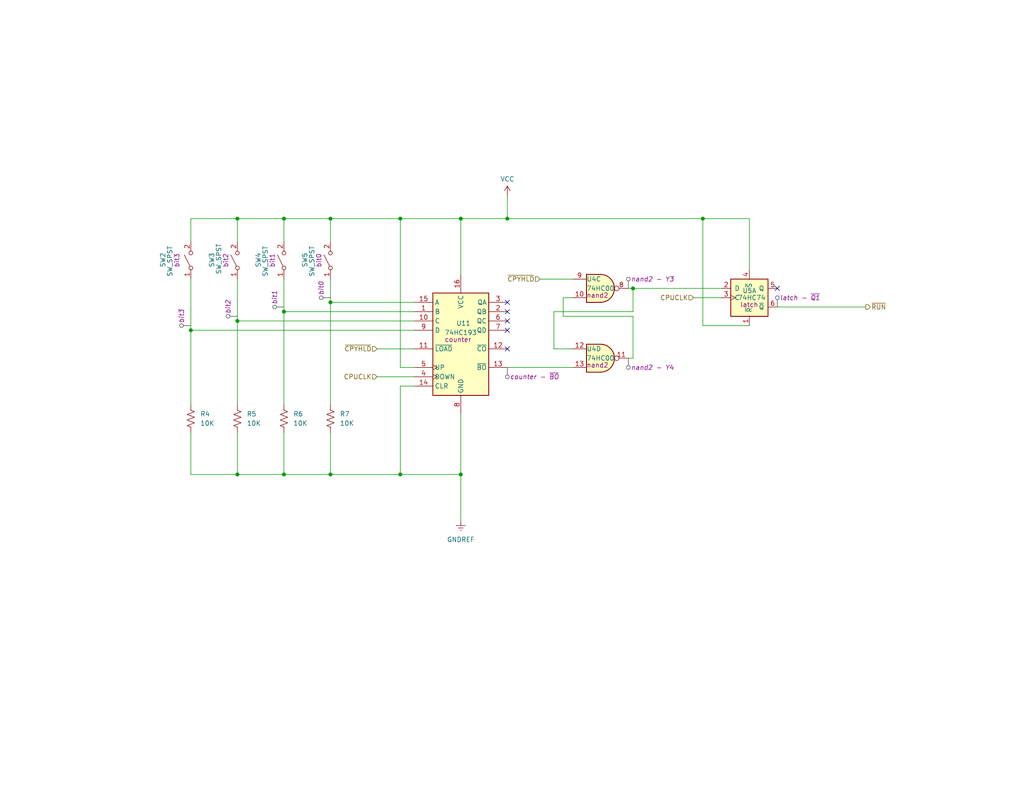
<source format=kicad_sch>
(kicad_sch (version 20230121) (generator eeschema)
  (paper "A")
  (title_block (title "Reset Module - Post Reset Clocks") (date "2022-10-29") (rev "1.0") (company "16-Bit Computer From Scratch") (comment 1 "Adam Clark (@eryjus)"))
  (lib_symbols
    (symbol "74xx:74HC00" (pin_names (offset 1.016))
      (property "Reference" "U" (at 0 1.27 0))
      (property "Value" "74HC00" (at 0 -1.27 0))
      (symbol "74HC00_1_1"
        (arc (start 0 -3.81) (mid 3.7934 0) (end 0 3.81) (stroke (width 0.254)) (fill (type background)))
        (polyline (pts (xy 0 3.81) (xy -3.81 3.81) (xy -3.81 -3.81) (xy 0 -3.81)) (stroke (width 0.254)) (fill (type background)))
        (pin input line (at -7.62 2.54 0) (length 3.81) (name "~") (number "1"))
        (pin input line (at -7.62 -2.54 0) (length 3.81) (name "~") (number "2"))
        (pin output inverted (at 7.62 0 180) (length 3.81) (name "~") (number "3"))
      )
      (symbol "74HC00_1_2"
        (arc (start -3.81 -3.81) (mid -2.589 0) (end -3.81 3.81) (stroke (width 0.254)))
        (arc (start -0.6096 -3.81) (mid 2.1842 -2.5851) (end 3.81 0) (stroke (width 0.254)) (fill (type background)))
        (polyline (pts (xy -3.81 -3.81) (xy -0.635 -3.81)) (stroke (width 0.254)) (fill (type background)))
        (polyline (pts (xy -3.81 3.81) (xy -0.635 3.81)) (stroke (width 0.254)) (fill (type background)))
        (polyline (pts (xy -0.635 3.81) (xy -3.81 3.81) (xy -3.81 3.81) (xy -3.556 3.4036) (xy -3.0226 2.2606) (xy -2.6924 1.0414) (xy -2.6162 -0.254) (xy -2.7686 -1.4986) (xy -3.175 -2.7178) (xy -3.81 -3.81) (xy -3.81 -3.81) (xy -0.635 -3.81)) (stroke (width -25.4)) (fill (type background)))
        (arc (start 3.81 0) (mid 2.1915 2.5936) (end -0.6096 3.81) (stroke (width 0.254)) (fill (type background)))
        (pin input inverted (at -7.62 2.54 0) (length 4.318) (name "~") (number "1"))
        (pin input inverted (at -7.62 -2.54 0) (length 4.318) (name "~") (number "2"))
        (pin output line (at 7.62 0 180) (length 3.81) (name "~") (number "3"))
      )
      (symbol "74HC00_2_1"
        (arc (start 0 -3.81) (mid 3.7934 0) (end 0 3.81) (stroke (width 0.254)) (fill (type background)))
        (polyline (pts (xy 0 3.81) (xy -3.81 3.81) (xy -3.81 -3.81) (xy 0 -3.81)) (stroke (width 0.254)) (fill (type background)))
        (pin input line (at -7.62 2.54 0) (length 3.81) (name "~") (number "4"))
        (pin input line (at -7.62 -2.54 0) (length 3.81) (name "~") (number "5"))
        (pin output inverted (at 7.62 0 180) (length 3.81) (name "~") (number "6"))
      )
      (symbol "74HC00_2_2"
        (arc (start -3.81 -3.81) (mid -2.589 0) (end -3.81 3.81) (stroke (width 0.254)))
        (arc (start -0.6096 -3.81) (mid 2.1842 -2.5851) (end 3.81 0) (stroke (width 0.254)) (fill (type background)))
        (polyline (pts (xy -3.81 -3.81) (xy -0.635 -3.81)) (stroke (width 0.254)) (fill (type background)))
        (polyline (pts (xy -3.81 3.81) (xy -0.635 3.81)) (stroke (width 0.254)) (fill (type background)))
        (polyline (pts (xy -0.635 3.81) (xy -3.81 3.81) (xy -3.81 3.81) (xy -3.556 3.4036) (xy -3.0226 2.2606) (xy -2.6924 1.0414) (xy -2.6162 -0.254) (xy -2.7686 -1.4986) (xy -3.175 -2.7178) (xy -3.81 -3.81) (xy -3.81 -3.81) (xy -0.635 -3.81)) (stroke (width -25.4)) (fill (type background)))
        (arc (start 3.81 0) (mid 2.1915 2.5936) (end -0.6096 3.81) (stroke (width 0.254)) (fill (type background)))
        (pin input inverted (at -7.62 2.54 0) (length 4.318) (name "~") (number "4"))
        (pin input inverted (at -7.62 -2.54 0) (length 4.318) (name "~") (number "5"))
        (pin output line (at 7.62 0 180) (length 3.81) (name "~") (number "6"))
      )
      (symbol "74HC00_3_1"
        (arc (start 0 -3.81) (mid 3.7934 0) (end 0 3.81) (stroke (width 0.254)) (fill (type background)))
        (polyline (pts (xy 0 3.81) (xy -3.81 3.81) (xy -3.81 -3.81) (xy 0 -3.81)) (stroke (width 0.254)) (fill (type background)))
        (pin input line (at -7.62 -2.54 0) (length 3.81) (name "~") (number "10"))
        (pin output inverted (at 7.62 0 180) (length 3.81) (name "~") (number "8"))
        (pin input line (at -7.62 2.54 0) (length 3.81) (name "~") (number "9"))
      )
      (symbol "74HC00_3_2"
        (arc (start -3.81 -3.81) (mid -2.589 0) (end -3.81 3.81) (stroke (width 0.254)))
        (arc (start -0.6096 -3.81) (mid 2.1842 -2.5851) (end 3.81 0) (stroke (width 0.254)) (fill (type background)))
        (polyline (pts (xy -3.81 -3.81) (xy -0.635 -3.81)) (stroke (width 0.254)) (fill (type background)))
        (polyline (pts (xy -3.81 3.81) (xy -0.635 3.81)) (stroke (width 0.254)) (fill (type background)))
        (polyline (pts (xy -0.635 3.81) (xy -3.81 3.81) (xy -3.81 3.81) (xy -3.556 3.4036) (xy -3.0226 2.2606) (xy -2.6924 1.0414) (xy -2.6162 -0.254) (xy -2.7686 -1.4986) (xy -3.175 -2.7178) (xy -3.81 -3.81) (xy -3.81 -3.81) (xy -0.635 -3.81)) (stroke (width -25.4)) (fill (type background)))
        (arc (start 3.81 0) (mid 2.1915 2.5936) (end -0.6096 3.81) (stroke (width 0.254)) (fill (type background)))
        (pin input inverted (at -7.62 -2.54 0) (length 4.318) (name "~") (number "10"))
        (pin output line (at 7.62 0 180) (length 3.81) (name "~") (number "8"))
        (pin input inverted (at -7.62 2.54 0) (length 4.318) (name "~") (number "9"))
      )
      (symbol "74HC00_4_1"
        (arc (start 0 -3.81) (mid 3.7934 0) (end 0 3.81) (stroke (width 0.254)) (fill (type background)))
        (polyline (pts (xy 0 3.81) (xy -3.81 3.81) (xy -3.81 -3.81) (xy 0 -3.81)) (stroke (width 0.254)) (fill (type background)))
        (pin output inverted (at 7.62 0 180) (length 3.81) (name "~") (number "11"))
        (pin input line (at -7.62 2.54 0) (length 3.81) (name "~") (number "12"))
        (pin input line (at -7.62 -2.54 0) (length 3.81) (name "~") (number "13"))
      )
      (symbol "74HC00_4_2"
        (arc (start -3.81 -3.81) (mid -2.589 0) (end -3.81 3.81) (stroke (width 0.254)))
        (arc (start -0.6096 -3.81) (mid 2.1842 -2.5851) (end 3.81 0) (stroke (width 0.254)) (fill (type background)))
        (polyline (pts (xy -3.81 -3.81) (xy -0.635 -3.81)) (stroke (width 0.254)) (fill (type background)))
        (polyline (pts (xy -3.81 3.81) (xy -0.635 3.81)) (stroke (width 0.254)) (fill (type background)))
        (polyline (pts (xy -0.635 3.81) (xy -3.81 3.81) (xy -3.81 3.81) (xy -3.556 3.4036) (xy -3.0226 2.2606) (xy -2.6924 1.0414) (xy -2.6162 -0.254) (xy -2.7686 -1.4986) (xy -3.175 -2.7178) (xy -3.81 -3.81) (xy -3.81 -3.81) (xy -0.635 -3.81)) (stroke (width -25.4)) (fill (type background)))
        (arc (start 3.81 0) (mid 2.1915 2.5936) (end -0.6096 3.81) (stroke (width 0.254)) (fill (type background)))
        (pin output line (at 7.62 0 180) (length 3.81) (name "~") (number "11"))
        (pin input inverted (at -7.62 2.54 0) (length 4.318) (name "~") (number "12"))
        (pin input inverted (at -7.62 -2.54 0) (length 4.318) (name "~") (number "13"))
      )
      (symbol "74HC00_5_0"
        (pin power_in line (at 0 12.7 270) (length 5.08) (name "VCC") (number "14"))
        (pin power_in line (at 0 -12.7 90) (length 5.08) (name "GND") (number "7"))
      )
      (symbol "74HC00_5_1"
        (rectangle (start -5.08 7.62) (end 5.08 -7.62) (stroke (width 0.254)) (fill (type background)))
      )
    )
    (symbol "74xx:74HC74" (pin_names (offset 1.016))
      (property "Reference" "U" (at -7.62 8.89 0))
      (property "Value" "74HC74" (at -7.62 -8.89 0))
      (symbol "74HC74_1_0"
        (pin input line (at 0 -7.62 90) (length 2.54) (name "~{R}") (number "1"))
        (pin input line (at -7.62 2.54 0) (length 2.54) (name "D") (number "2"))
        (pin input clock (at -7.62 0 0) (length 2.54) (name "C") (number "3"))
        (pin input line (at 0 7.62 270) (length 2.54) (name "~{S}") (number "4"))
        (pin output line (at 7.62 2.54 180) (length 2.54) (name "Q") (number "5"))
        (pin output line (at 7.62 -2.54 180) (length 2.54) (name "~{Q}") (number "6"))
      )
      (symbol "74HC74_1_1"
        (rectangle (start -5.08 5.08) (end 5.08 -5.08) (stroke (width 0.254)) (fill (type background)))
      )
      (symbol "74HC74_2_0"
        (pin input line (at 0 7.62 270) (length 2.54) (name "~{S}") (number "10"))
        (pin input clock (at -7.62 0 0) (length 2.54) (name "C") (number "11"))
        (pin input line (at -7.62 2.54 0) (length 2.54) (name "D") (number "12"))
        (pin input line (at 0 -7.62 90) (length 2.54) (name "~{R}") (number "13"))
        (pin output line (at 7.62 -2.54 180) (length 2.54) (name "~{Q}") (number "8"))
        (pin output line (at 7.62 2.54 180) (length 2.54) (name "Q") (number "9"))
      )
      (symbol "74HC74_2_1"
        (rectangle (start -5.08 5.08) (end 5.08 -5.08) (stroke (width 0.254)) (fill (type background)))
      )
      (symbol "74HC74_3_0"
        (pin power_in line (at 0 10.16 270) (length 2.54) (name "VCC") (number "14"))
        (pin power_in line (at 0 -10.16 90) (length 2.54) (name "GND") (number "7"))
      )
      (symbol "74HC74_3_1"
        (rectangle (start -5.08 7.62) (end 5.08 -7.62) (stroke (width 0.254)) (fill (type background)))
      )
    )
    (symbol "Device:R_US" (pin_numbers hide) (pin_names (offset 0))
      (property "Reference" "R" (at 2.54 0 90))
      (property "Value" "R_US" (at -2.54 0 90))
      (symbol "R_US_0_1"
        (polyline (pts (xy 0 -2.286) (xy 0 -2.54)))
        (polyline (pts (xy 0 2.286) (xy 0 2.54)))
        (polyline (pts (xy 0 -0.762) (xy 1.016 -1.143) (xy 0 -1.524) (xy -1.016 -1.905) (xy 0 -2.286)))
        (polyline (pts (xy 0 0.762) (xy 1.016 0.381) (xy 0 0) (xy -1.016 -0.381) (xy 0 -0.762)))
        (polyline (pts (xy 0 2.286) (xy 1.016 1.905) (xy 0 1.524) (xy -1.016 1.143) (xy 0 0.762)))
      )
      (symbol "R_US_1_1"
        (pin passive line (at 0 3.81 270) (length 1.27) (name "~") (number "1"))
        (pin passive line (at 0 -3.81 90) (length 1.27) (name "~") (number "2"))
      )
    )
    (symbol "Switch:SW_SPST" (pin_names (offset 0) hide)
      (property "Reference" "SW" (at 0 3.175 0))
      (property "Value" "SW_SPST" (at 0 -2.54 0))
      (symbol "SW_SPST_0_0"
        (circle (center -2.032 0) (radius 0.508))
        (polyline (pts (xy -1.524 0.254) (xy 1.524 1.778)))
        (circle (center 2.032 0) (radius 0.508))
      )
      (symbol "SW_SPST_1_1"
        (pin passive line (at -5.08 0 0) (length 2.54) (name "A") (number "1"))
        (pin passive line (at 5.08 0 180) (length 2.54) (name "B") (number "2"))
      )
    )
    (symbol "eryjus:74HC193"
      (property "Reference" "U" (at -7.62 13.97 0))
      (property "Value" "74HC193" (at 5.08 13.97 0))
      (symbol "74HC193_1_0"
        (pin input line (at -12.7 7.62 0) (length 5.08) (name "B") (number "1"))
        (pin input line (at -12.7 5.08 0) (length 5.08) (name "C") (number "10"))
        (pin input line (at -12.7 -2.54 0) (length 5.08) (name "~{LOAD}") (number "11"))
        (pin output line (at 12.7 -2.54 180) (length 5.08) (name "~{CO}") (number "12"))
        (pin output line (at 12.7 -7.62 180) (length 5.08) (name "~{BO}") (number "13"))
        (pin input line (at -12.7 -12.7 0) (length 5.08) (name "CLR") (number "14"))
        (pin input line (at -12.7 10.16 0) (length 5.08) (name "A") (number "15"))
        (pin power_in line (at 0 17.78 270) (length 5.08) (name "VCC") (number "16"))
        (pin output line (at 12.7 7.62 180) (length 5.08) (name "QB") (number "2"))
        (pin output line (at 12.7 10.16 180) (length 5.08) (name "QA") (number "3"))
        (pin input clock (at -12.7 -10.16 0) (length 5.08) (name "DOWN") (number "4"))
        (pin input clock (at -12.7 -7.62 0) (length 5.08) (name "UP") (number "5"))
        (pin output line (at 12.7 5.08 180) (length 5.08) (name "QC") (number "6"))
        (pin output line (at 12.7 2.54 180) (length 5.08) (name "QD") (number "7"))
        (pin power_in line (at 0 -20.32 90) (length 5.08) (name "GND") (number "8"))
        (pin input line (at -12.7 2.54 0) (length 5.08) (name "D") (number "9"))
      )
      (symbol "74HC193_1_1"
        (rectangle (start -7.62 12.7) (end 7.62 -15.24) (stroke (width 0.254)) (fill (type background)))
      )
    )
    (symbol "power:GNDREF" (power) (pin_names (offset 0))
      (property "Value" "GNDREF" (at 0 -3.81 0))
      (symbol "GNDREF_0_1"
        (polyline (pts (xy -0.635 -1.905) (xy 0.635 -1.905)))
        (polyline (pts (xy -0.127 -2.54) (xy 0.127 -2.54)))
        (polyline (pts (xy 0 -1.27) (xy 0 0)))
        (polyline (pts (xy 1.27 -1.27) (xy -1.27 -1.27)))
      )
      (symbol "GNDREF_1_1"
        (pin power_in line (at 0 0 270) (length 0) hide (name "GNDREF") (number "1"))
      )
    )
    (symbol "power:VCC" (power) (pin_names (offset 0))
      (property "Value" "VCC" (at 0 3.81 0))
      (symbol "VCC_0_1"
        (polyline (pts (xy -0.762 1.27) (xy 0 2.54)))
        (polyline (pts (xy 0 0) (xy 0 2.54)))
        (polyline (pts (xy 0 2.54) (xy 0.762 1.27)))
      )
      (symbol "VCC_1_1"
        (pin power_in line (at 0 0 90) (length 0) hide (name "VCC") (number "1"))
      )
    )
  )
  (junction (at 90.17 129.54))
  (junction (at 125.73 59.69))
  (junction (at 125.73 129.54))
  (junction (at 64.77 129.54))
  (junction (at 109.22 59.69))
  (junction (at 77.47 59.69))
  (junction (at 77.47 129.54))
  (junction (at 172.72 78.74))
  (junction (at 109.22 129.54))
  (junction (at 191.77 59.69))
  (junction (at 77.47 85.09))
  (junction (at 64.77 87.63))
  (junction (at 64.77 59.69))
  (junction (at 52.07 90.17))
  (junction (at 138.43 59.69))
  (junction (at 90.17 82.55))
  (junction (at 90.17 59.69))
  (no_connect (at 138.43 95.25))
  (no_connect (at 138.43 87.63))
  (no_connect (at 212.09 78.74))
  (no_connect (at 138.43 82.55))
  (no_connect (at 138.43 85.09))
  (no_connect (at 138.43 90.17))
  (wire (pts (xy 77.47 76.2) (xy 77.47 85.09)))
  (wire (pts (xy 113.03 100.33) (xy 109.22 100.33)))
  (wire (pts (xy 52.07 76.2) (xy 52.07 90.17)))
  (wire (pts (xy 153.67 86.36) (xy 153.67 81.28)))
  (wire (pts (xy 77.47 85.09) (xy 77.47 110.49)))
  (wire (pts (xy 109.22 100.33) (xy 109.22 59.69)))
  (wire (pts (xy 189.23 81.28) (xy 196.85 81.28)))
  (wire (pts (xy 52.07 118.11) (xy 52.07 129.54)))
  (wire (pts (xy 64.77 59.69) (xy 64.77 66.04)))
  (wire (pts (xy 109.22 129.54) (xy 125.73 129.54)))
  (wire (pts (xy 113.03 105.41) (xy 109.22 105.41)))
  (wire (pts (xy 90.17 82.55) (xy 113.03 82.55)))
  (wire (pts (xy 171.45 97.79) (xy 172.72 97.79)))
  (wire (pts (xy 138.43 59.69) (xy 191.77 59.69)))
  (wire (pts (xy 125.73 142.24) (xy 125.73 129.54)))
  (wire (pts (xy 77.47 59.69) (xy 77.47 66.04)))
  (wire (pts (xy 204.47 73.66) (xy 204.47 59.69)))
  (wire (pts (xy 77.47 59.69) (xy 90.17 59.69)))
  (wire (pts (xy 171.45 78.74) (xy 172.72 78.74)))
  (wire (pts (xy 90.17 59.69) (xy 109.22 59.69)))
  (wire (pts (xy 125.73 59.69) (xy 125.73 74.93)))
  (wire (pts (xy 151.13 95.25) (xy 156.21 95.25)))
  (wire (pts (xy 191.77 88.9) (xy 204.47 88.9)))
  (wire (pts (xy 64.77 59.69) (xy 77.47 59.69)))
  (wire (pts (xy 109.22 59.69) (xy 125.73 59.69)))
  (wire (pts (xy 102.87 95.25) (xy 113.03 95.25)))
  (wire (pts (xy 64.77 87.63) (xy 64.77 110.49)))
  (wire (pts (xy 77.47 129.54) (xy 90.17 129.54)))
  (wire (pts (xy 90.17 129.54) (xy 109.22 129.54)))
  (wire (pts (xy 172.72 85.09) (xy 151.13 85.09)))
  (wire (pts (xy 172.72 78.74) (xy 172.72 85.09)))
  (wire (pts (xy 125.73 129.54) (xy 125.73 113.03)))
  (wire (pts (xy 77.47 118.11) (xy 77.47 129.54)))
  (wire (pts (xy 191.77 88.9) (xy 191.77 59.69)))
  (wire (pts (xy 138.43 100.33) (xy 156.21 100.33)))
  (wire (pts (xy 52.07 90.17) (xy 52.07 110.49)))
  (wire (pts (xy 172.72 86.36) (xy 153.67 86.36)))
  (wire (pts (xy 102.87 102.87) (xy 113.03 102.87)))
  (wire (pts (xy 236.22 83.82) (xy 212.09 83.82)))
  (wire (pts (xy 52.07 90.17) (xy 113.03 90.17)))
  (wire (pts (xy 52.07 59.69) (xy 64.77 59.69)))
  (wire (pts (xy 52.07 129.54) (xy 64.77 129.54)))
  (wire (pts (xy 90.17 76.2) (xy 90.17 82.55)))
  (wire (pts (xy 138.43 59.69) (xy 125.73 59.69)))
  (wire (pts (xy 64.77 87.63) (xy 113.03 87.63)))
  (wire (pts (xy 64.77 76.2) (xy 64.77 87.63)))
  (wire (pts (xy 90.17 118.11) (xy 90.17 129.54)))
  (wire (pts (xy 153.67 81.28) (xy 156.21 81.28)))
  (wire (pts (xy 109.22 105.41) (xy 109.22 129.54)))
  (wire (pts (xy 90.17 59.69) (xy 90.17 66.04)))
  (wire (pts (xy 172.72 97.79) (xy 172.72 86.36)))
  (wire (pts (xy 52.07 66.04) (xy 52.07 59.69)))
  (wire (pts (xy 191.77 59.69) (xy 204.47 59.69)))
  (wire (pts (xy 64.77 118.11) (xy 64.77 129.54)))
  (wire (pts (xy 138.43 53.34) (xy 138.43 59.69)))
  (wire (pts (xy 172.72 78.74) (xy 196.85 78.74)))
  (wire (pts (xy 151.13 85.09) (xy 151.13 95.25)))
  (wire (pts (xy 147.32 76.2) (xy 156.21 76.2)))
  (wire (pts (xy 77.47 85.09) (xy 113.03 85.09)))
  (wire (pts (xy 90.17 82.55) (xy 90.17 110.49)))
  (wire (pts (xy 64.77 129.54) (xy 77.47 129.54)))
  (hierarchical_label "~{CPYHLD}" (shape input) (at 147.32 76.2 180))
  (hierarchical_label "CPUCLK" (shape input) (at 102.87 102.87 180))
  (hierarchical_label "~{CPYHLD}" (shape input) (at 102.87 95.25 180))
  (hierarchical_label "CPUCLK" (shape input) (at 189.23 81.28 180))
  (hierarchical_label "~{RUN}" (shape output) (at 236.22 83.82 0))
  (netclass_flag "" (length 2.54) (shape round) (at 64.77 86.36 90) (property "Netclass" "bit2" (at 62.23 85.6615 90) (effects (font italic) (justify left))))
  (netclass_flag "" (length 2.54) (shape round) (at 90.17 81.28 90) (property "Netclass" "bit0" (at 87.63 80.5815 90) (effects (font italic) (justify left))))
  (netclass_flag "" (length 2.54) (shape round) (at 171.45 78.74 0) (property "Netclass" "nand2 - Y3" (at 172.1485 76.2 0) (effects (font italic) (justify left))))
  (netclass_flag "" (length 2.54) (shape round) (at 77.47 83.82 90) (property "Netclass" "bit1" (at 74.93 83.1215 90) (effects (font italic) (justify left))))
  (netclass_flag "" (length 2.54) (shape round) (at 52.07 88.9 90) (property "Netclass" "bit3" (at 49.53 88.2015 90) (effects (font italic) (justify left))))
  (netclass_flag "" (length 2.54) (shape round) (at 138.43 100.33 180) (property "Netclass" "counter - ~{BO}" (at 139.1285 102.87 0) (effects (font italic) (justify left))))
  (netclass_flag "" (length 2.54) (shape round) (at 171.45 97.79 180) (property "Netclass" "nand2 - Y4" (at 172.1485 100.33 0) (effects (font italic) (justify left))))
  (netclass_flag "" (length 2.54) (shape round) (at 212.09 83.82 0) (property "Netclass" "latch - ~{Q1}" (at 212.7885 81.28 0) (effects (font italic) (justify left))))
  (symbol (lib_id "Switch:SW_SPST") (at 77.47 71.12 90) (unit 1)
    (property "Reference" "SW4" (at 70.485 73.025 0) (effects (justify left)))
    (property "Value" "SW_SPST" (at 72.39 75.565 0) (effects (justify left)))
    (property "name" "bit1" (at 74.295 73.025 0) (effects (justify left)))
  )
  (symbol (lib_id "74xx:74HC74") (at 204.47 81.28 0) (unit 1)
    (property "Reference" "U5" (at 202.565 79.375 0) (effects (justify left)))
    (property "Value" "74HC74" (at 201.295 81.28 0) (effects (justify left)))
    (property "Datasheet" "74xx/74hc_hct74.pdf" (effects hide))
    (property "name" "latch" (at 201.93 83.185 0) (effects (justify left)))
  )
  (symbol (lib_id "eryjus:74HC193") (at 125.73 92.71 0) (unit 1)
    (property "Reference" "U11" (at 124.46 88.265 0) (effects (justify left)))
    (property "Value" "74HC193" (at 121.285 90.805 0) (effects (justify left)))
    (property "Datasheet" "https://www.ti.com/lit/ds/symlink/cd74hc192.pdf" (effects hide))
    (property "name" "counter" (at 121.285 92.71 0) (effects (justify left)))
  )
  (symbol (lib_id "power:GNDREF") (at 125.73 142.24 0) (unit 1)
    (property "Reference" "#PWR018" (effects hide))
    (property "Value" "GNDREF" (at 125.73 147.32 0))
  )
  (symbol (lib_id "74xx:74HC00") (at 163.83 97.79 0) (unit 4)
    (property "Reference" "U4" (at 160.02 95.25 0) (effects (justify left)))
    (property "Value" "74HC00" (at 160.02 97.79 0) (effects (justify left)))
    (property "Datasheet" "http://www.ti.com/lit/gpn/sn74hc00" (effects hide))
    (property "name" "nand2" (at 160.02 99.695 0) (effects (justify left)))
  )
  (symbol (lib_id "Device:R_US") (at 64.77 114.3 0) (unit 1)
    (property "Reference" "R5" (at 67.31 113.03 0) (effects (justify left)))
    (property "Value" "10K" (at 67.31 115.57 0) (effects (justify left)))
  )
  (symbol (lib_id "Switch:SW_SPST") (at 64.77 71.12 90) (unit 1)
    (property "Reference" "SW3" (at 57.785 73.025 0) (effects (justify left)))
    (property "Value" "SW_SPST" (at 59.69 74.93 0) (effects (justify left)))
    (property "name" "bit2" (at 61.595 73.025 0) (effects (justify left)))
  )
  (symbol (lib_id "Device:R_US") (at 52.07 114.3 0) (unit 1)
    (property "Reference" "R4" (at 54.61 113.03 0) (effects (justify left)))
    (property "Value" "10K" (at 54.61 115.57 0) (effects (justify left)))
  )
  (symbol (lib_id "74xx:74HC00") (at 163.83 78.74 0) (unit 3)
    (property "Reference" "U4" (at 160.02 76.2 0) (effects (justify left)))
    (property "Value" "74HC00" (at 160.02 78.74 0) (effects (justify left)))
    (property "Datasheet" "http://www.ti.com/lit/gpn/sn74hc00" (effects hide))
    (property "name" "nand2" (at 160.02 80.645 0) (effects (justify left)))
  )
  (symbol (lib_id "Switch:SW_SPST") (at 90.17 71.12 90) (unit 1)
    (property "Reference" "SW5" (at 83.185 73.025 0) (effects (justify left)))
    (property "Value" "SW_SPST" (at 85.09 75.565 0) (effects (justify left)))
    (property "name" "bit0" (at 86.995 73.025 0) (effects (justify left)))
  )
  (symbol (lib_id "Device:R_US") (at 90.17 114.3 0) (unit 1)
    (property "Reference" "R7" (at 92.71 113.03 0) (effects (justify left)))
    (property "Value" "10K" (at 92.71 115.57 0) (effects (justify left)))
  )
  (symbol (lib_id "power:VCC") (at 138.43 53.34 0) (unit 1)
    (property "Reference" "#PWR017" (effects hide))
    (property "Value" "VCC" (at 138.43 48.895 0))
  )
  (symbol (lib_id "Device:R_US") (at 77.47 114.3 0) (unit 1)
    (property "Reference" "R6" (at 80.01 113.03 0) (effects (justify left)))
    (property "Value" "10K" (at 80.01 115.57 0) (effects (justify left)))
  )
  (symbol (lib_id "Switch:SW_SPST") (at 52.07 71.12 90) (unit 1)
    (property "Reference" "SW2" (at 44.45 73.025 0) (effects (justify left)))
    (property "Value" "SW_SPST" (at 46.355 75.565 0) (effects (justify left)))
    (property "name" "bit3" (at 48.26 73.025 0) (effects (justify left)))
  )
)
</source>
